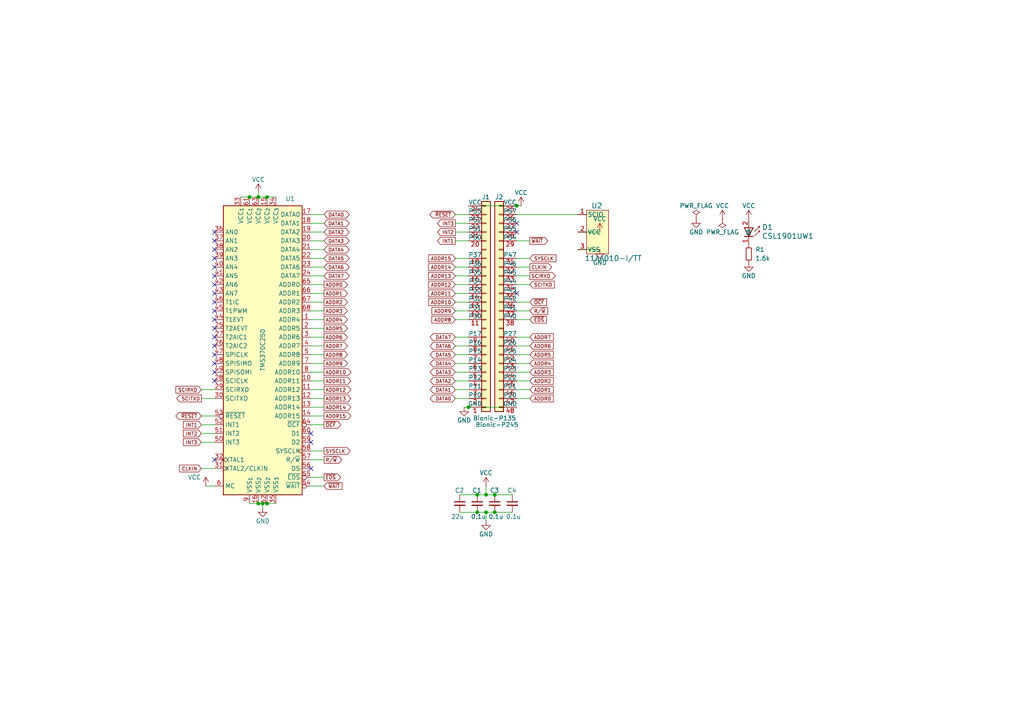
<source format=kicad_sch>
(kicad_sch (version 20250114) (generator "eeschema") (generator_version "9.0")
  (paper "A4")
  (title_block (title "BionicTMS370C250") (date "2025-07-01") (rev "2") (company "Tadashi G. Takaoka"))
  (lib_symbols
    (symbol "Device:C_Small" (pin_numbers (hide yes)) (pin_names (offset 0.254) (hide yes))
      (property "Reference" "C" (at 0.254 1.778 0))
      (property "Value" "C_Small" (at 0.254 -2.032 0))
      (symbol "C_Small_0_1"
        (polyline (pts (xy -1.524 0.508) (xy 1.524 0.508)) (stroke (width 0.3048)))
        (polyline (pts (xy -1.524 -0.508) (xy 1.524 -0.508)) (stroke (width 0.3302)))
      )
      (symbol "C_Small_1_1"
        (pin passive line (at 0 2.54 270) (length 2.032) (name "~") (number "1"))
        (pin passive line (at 0 -2.54 90) (length 2.032) (name "~") (number "2"))
      )
    )
    (symbol "Device:R_Small" (pin_numbers (hide yes)) (pin_names (offset 0.254) (hide yes))
      (property "Reference" "R" (at 0 0 90))
      (property "Value" "R_Small" (at 1.778 0 90))
      (symbol "R_Small_0_1"
        (rectangle (start -0.762 1.778) (end 0.762 -1.778) (stroke (width 0.2032)))
      )
      (symbol "R_Small_1_1"
        (pin passive line (at 0 2.54 270) (length 0.762) (name "~") (number "1"))
        (pin passive line (at 0 -2.54 90) (length 0.762) (name "~") (number "2"))
      )
    )
    (symbol "bionic:Bionic-P135" (pin_names (offset 0))
      (property "Reference" "J" (at 0 30.48 0))
      (property "Value" "Bionic-P135" (at -1.27 -33.02 0))
      (symbol "Bionic-P135_1_1"
        (rectangle (start 0 28.067) (end -1.27 27.813) (stroke (width 0.1524)))
        (rectangle (start 0 25.527) (end -1.27 25.273) (stroke (width 0.1524)))
        (rectangle (start 0 22.987) (end -1.27 22.733) (stroke (width 0.1524)))
        (rectangle (start 0 20.447) (end -1.27 20.193) (stroke (width 0.1524)))
        (rectangle (start 0 17.907) (end -1.27 17.653) (stroke (width 0.1524)))
        (rectangle (start 0 15.367) (end -1.27 15.113) (stroke (width 0.1524)))
        (rectangle (start 0 12.827) (end -1.27 12.573) (stroke (width 0.1524)))
        (rectangle (start 0 10.287) (end -1.27 10.033) (stroke (width 0.1524)))
        (rectangle (start 0 7.747) (end -1.27 7.493) (stroke (width 0.1524)))
        (rectangle (start 0 5.207) (end -1.27 4.953) (stroke (width 0.1524)))
        (rectangle (start 0 2.667) (end -1.27 2.413) (stroke (width 0.1524)))
        (rectangle (start 0 0.127) (end -1.27 -0.127) (stroke (width 0.1524)))
        (rectangle (start 0 -2.413) (end -1.27 -2.667) (stroke (width 0.1524)))
        (rectangle (start 0 -4.953) (end -1.27 -5.207) (stroke (width 0.1524)))
        (rectangle (start 0 -7.493) (end -1.27 -7.747) (stroke (width 0.1524)))
        (rectangle (start 0 -10.033) (end -1.27 -10.287) (stroke (width 0.1524)))
        (rectangle (start 0 -12.573) (end -1.27 -12.827) (stroke (width 0.1524)))
        (rectangle (start 0 -15.113) (end -1.27 -15.367) (stroke (width 0.1524)))
        (rectangle (start 0 -17.653) (end -1.27 -17.907) (stroke (width 0.1524)))
        (rectangle (start 0 -20.193) (end -1.27 -20.447) (stroke (width 0.1524)))
        (rectangle (start 0 -22.733) (end -1.27 -22.987) (stroke (width 0.1524)))
        (rectangle (start 0 -25.273) (end -1.27 -25.527) (stroke (width 0.1524)))
        (rectangle (start 0 -27.813) (end -1.27 -28.067) (stroke (width 0.1524)))
        (rectangle (start 0 -30.353) (end -1.27 -30.607) (stroke (width 0.1524)))
        (rectangle (start 1.27 29.21) (end -1.27 -31.75) (stroke (width 0.254)) (fill (type background)))
        (pin power_in line (at -5.08 27.94 0) (length 3.81) (name "VCC") (number "24"))
        (pin bidirectional line (at -5.08 25.4 0) (length 3.81) (name "P53") (number "23"))
        (pin bidirectional line (at -5.08 22.86 0) (length 3.81) (name "P52") (number "22"))
        (pin bidirectional line (at -5.08 20.32 0) (length 3.81) (name "P51") (number "21"))
        (pin bidirectional line (at -5.08 17.78 0) (length 3.81) (name "P50") (number "20"))
        (pin bidirectional line (at -5.08 12.7 0) (length 3.81) (name "P37") (number "18"))
        (pin bidirectional line (at -5.08 10.16 0) (length 3.81) (name "P36") (number "17"))
        (pin bidirectional line (at -5.08 7.62 0) (length 3.81) (name "P35") (number "16"))
        (pin bidirectional line (at -5.08 5.08 0) (length 3.81) (name "P34") (number "15"))
        (pin bidirectional line (at -5.08 2.54 0) (length 3.81) (name "P33") (number "14"))
        (pin bidirectional line (at -5.08 0 0) (length 3.81) (name "P32") (number "13"))
        (pin bidirectional line (at -5.08 -2.54 0) (length 3.81) (name "P31") (number "12"))
        (pin bidirectional line (at -5.08 -5.08 0) (length 3.81) (name "P30") (number "11"))
        (pin bidirectional line (at -5.08 -10.16 0) (length 3.81) (name "P17") (number "9"))
        (pin bidirectional line (at -5.08 -12.7 0) (length 3.81) (name "P16") (number "8"))
        (pin bidirectional line (at -5.08 -15.24 0) (length 3.81) (name "P15") (number "7"))
        (pin bidirectional line (at -5.08 -17.78 0) (length 3.81) (name "P14") (number "6"))
        (pin bidirectional line (at -5.08 -20.32 0) (length 3.81) (name "P13") (number "5"))
        (pin bidirectional line (at -5.08 -22.86 0) (length 3.81) (name "P12") (number "4"))
        (pin bidirectional line (at -5.08 -25.4 0) (length 3.81) (name "P11") (number "3"))
        (pin bidirectional line (at -5.08 -27.94 0) (length 3.81) (name "P10") (number "2"))
        (pin power_in line (at -5.08 -30.48 0) (length 3.81) (name "GND") (number "1"))
      )
    )
    (symbol "bionic:Bionic-P245" (pin_names (offset 0))
      (property "Reference" "J" (at -3.81 30.48 0))
      (property "Value" "Bionic-P245" (at -1.27 -33.02 0))
      (symbol "Bionic-P245_1_1"
        (rectangle (start -2.54 29.21) (end -5.08 -31.75) (stroke (width 0.254)) (fill (type background)))
        (rectangle (start -2.54 27.813) (end -3.81 28.067) (stroke (width 0.1524)))
        (rectangle (start -2.54 25.273) (end -3.81 25.527) (stroke (width 0.1524)))
        (rectangle (start -2.54 22.733) (end -3.81 22.987) (stroke (width 0.1524)))
        (rectangle (start -2.54 20.193) (end -3.81 20.447) (stroke (width 0.1524)))
        (rectangle (start -2.54 17.653) (end -3.81 17.907) (stroke (width 0.1524)))
        (rectangle (start -2.54 15.113) (end -3.81 15.367) (stroke (width 0.1524)))
        (rectangle (start -2.54 12.573) (end -3.81 12.827) (stroke (width 0.1524)))
        (rectangle (start -2.54 10.033) (end -3.81 10.287) (stroke (width 0.1524)))
        (rectangle (start -2.54 7.493) (end -3.81 7.747) (stroke (width 0.1524)))
        (rectangle (start -2.54 4.953) (end -3.81 5.207) (stroke (width 0.1524)))
        (rectangle (start -2.54 2.413) (end -3.81 2.667) (stroke (width 0.1524)))
        (rectangle (start -2.54 -0.127) (end -3.81 0.127) (stroke (width 0.1524)))
        (rectangle (start -2.54 -2.667) (end -3.81 -2.413) (stroke (width 0.1524)))
        (rectangle (start -2.54 -5.207) (end -3.81 -4.953) (stroke (width 0.1524)))
        (rectangle (start -2.54 -7.747) (end -3.81 -7.493) (stroke (width 0.1524)))
        (rectangle (start -2.54 -10.287) (end -3.81 -10.033) (stroke (width 0.1524)))
        (rectangle (start -2.54 -12.827) (end -3.81 -12.573) (stroke (width 0.1524)))
        (rectangle (start -2.54 -15.367) (end -3.81 -15.113) (stroke (width 0.1524)))
        (rectangle (start -2.54 -17.907) (end -3.81 -17.653) (stroke (width 0.1524)))
        (rectangle (start -2.54 -20.447) (end -3.81 -20.193) (stroke (width 0.1524)))
        (rectangle (start -2.54 -22.987) (end -3.81 -22.733) (stroke (width 0.1524)))
        (rectangle (start -2.54 -25.527) (end -3.81 -25.273) (stroke (width 0.1524)))
        (rectangle (start -2.54 -28.067) (end -3.81 -27.813) (stroke (width 0.1524)))
        (rectangle (start -2.54 -30.607) (end -3.81 -30.353) (stroke (width 0.1524)))
        (pin power_in line (at 1.27 27.94 180) (length 3.81) (name "VCC") (number "25"))
        (pin bidirectional line (at 1.27 25.4 180) (length 3.81) (name "P57") (number "26"))
        (pin bidirectional line (at 1.27 22.86 180) (length 3.81) (name "P56") (number "27"))
        (pin bidirectional line (at 1.27 20.32 180) (length 3.81) (name "P55") (number "28"))
        (pin bidirectional line (at 1.27 17.78 180) (length 3.81) (name "P54") (number "29"))
        (pin bidirectional line (at 1.27 12.7 180) (length 3.81) (name "P47") (number "31"))
        (pin bidirectional line (at 1.27 10.16 180) (length 3.81) (name "P46") (number "32"))
        (pin bidirectional line (at 1.27 7.62 180) (length 3.81) (name "P45") (number "33"))
        (pin bidirectional line (at 1.27 5.08 180) (length 3.81) (name "P44") (number "34"))
        (pin bidirectional line (at 1.27 2.54 180) (length 3.81) (name "P43") (number "35"))
        (pin bidirectional line (at 1.27 0 180) (length 3.81) (name "P42") (number "36"))
        (pin bidirectional line (at 1.27 -2.54 180) (length 3.81) (name "P41") (number "37"))
        (pin bidirectional line (at 1.27 -5.08 180) (length 3.81) (name "P40") (number "38"))
        (pin bidirectional line (at 1.27 -10.16 180) (length 3.81) (name "P27") (number "40"))
        (pin bidirectional line (at 1.27 -12.7 180) (length 3.81) (name "P26") (number "41"))
        (pin bidirectional line (at 1.27 -15.24 180) (length 3.81) (name "P25") (number "42"))
        (pin bidirectional line (at 1.27 -17.78 180) (length 3.81) (name "P24") (number "43"))
        (pin bidirectional line (at 1.27 -20.32 180) (length 3.81) (name "P23") (number "44"))
        (pin bidirectional line (at 1.27 -22.86 180) (length 3.81) (name "P22") (number "45"))
        (pin bidirectional line (at 1.27 -25.4 180) (length 3.81) (name "P21") (number "46"))
        (pin bidirectional line (at 1.27 -27.94 180) (length 3.81) (name "P20") (number "47"))
        (pin power_in line (at 1.27 -30.48 180) (length 3.81) (name "GND") (number "48"))
      )
    )
    (symbol "cpu:TMS370C250"
      (property "Reference" "U" (at 6.858 43.434 0))
      (property "Value" "TMS370C250" (at 0 0 90))
      (symbol "TMS370C250_0_1"
        (rectangle (start -11.43 41.91) (end 11.43 -41.91) (stroke (width 0.254)) (fill (type background)))
      )
      (symbol "TMS370C250_1_0"
        (pin bidirectional line (at -13.97 13.97 0) (length 2.54) (name "T1IC") (number "46"))
        (pin bidirectional line (at -13.97 11.43 0) (length 2.54) (name "T1PWM") (number "45"))
        (pin bidirectional line (at -13.97 8.89 0) (length 2.54) (name "T1EVT") (number "44"))
        (pin bidirectional line (at -13.97 3.81 0) (length 2.54) (name "T2AIC1") (number "27"))
        (pin bidirectional line (at -13.97 1.27 0) (length 2.54) (name "T2AIC2") (number "26"))
        (pin bidirectional line (at -13.97 -1.27 0) (length 2.54) (name "SPICLK") (number "47"))
        (pin bidirectional line (at -13.97 -3.81 0) (length 2.54) (name "SPISIMO") (number "48"))
        (pin bidirectional line (at -13.97 -6.35 0) (length 2.54) (name "SPISOMI") (number "49"))
        (pin bidirectional line (at -13.97 -8.89 0) (length 2.54) (name "SCICLK") (number "28"))
        (pin bidirectional line (at -13.97 -11.43 0) (length 2.54) (name "SCIRXD") (number "29"))
        (pin bidirectional line (at -13.97 -13.97 0) (length 2.54) (name "SCITXD") (number "30"))
        (pin input line (at -13.97 -24.13 0) (length 2.54) (name "INT2") (number "51"))
        (pin power_in line (at -6.35 44.45 270) (length 2.54) (name "VCC_{1}") (number "33"))
        (pin power_in line (at -3.81 44.45 270) (length 2.54) (name "VCC_{1}") (number "61"))
        (pin power_in line (at -3.81 -44.45 90) (length 2.54) (name "VSS_{1}") (number "9"))
        (pin power_in line (at -1.27 44.45 270) (length 2.54) (name "VCC_{2}") (number "63"))
        (pin power_in line (at -1.27 -44.45 90) (length 2.54) (name "VSS_{2}") (number "16"))
        (pin power_in line (at 1.27 44.45 270) (length 2.54) (name "VCC_{2}") (number "15"))
        (pin power_in line (at 1.27 -44.45 90) (length 2.54) (name "VSS_{2}") (number "62"))
        (pin power_in line (at 3.81 44.45 270) (length 2.54) (name "VCC_{3}") (number "34"))
        (pin power_in line (at 3.81 -44.45 90) (length 2.54) (name "VSS_{3}") (number "35"))
        (pin output line (at 13.97 19.05 180) (length 2.54) (name "ADDR0") (number "65"))
        (pin output line (at 13.97 16.51 180) (length 2.54) (name "ADDR1") (number "66"))
        (pin output line (at 13.97 13.97 180) (length 2.54) (name "ADDR2") (number "67"))
        (pin output line (at 13.97 11.43 180) (length 2.54) (name "ADDR3") (number "68"))
        (pin output line (at 13.97 8.89 180) (length 2.54) (name "ADDR4") (number "1"))
        (pin output line (at 13.97 6.35 180) (length 2.54) (name "ADDR5") (number "2"))
        (pin output line (at 13.97 3.81 180) (length 2.54) (name "ADDR6") (number "3"))
        (pin output line (at 13.97 1.27 180) (length 2.54) (name "ADDR7") (number "4"))
      )
      (symbol "TMS370C250_1_1"
        (pin input line (at -13.97 34.29 0) (length 2.54) (name "AN0") (number "36"))
        (pin input line (at -13.97 31.75 0) (length 2.54) (name "AN1") (number "37"))
        (pin input line (at -13.97 29.21 0) (length 2.54) (name "AN2") (number "38"))
        (pin input line (at -13.97 26.67 0) (length 2.54) (name "AN3") (number "39"))
        (pin input line (at -13.97 24.13 0) (length 2.54) (name "AN4") (number "40"))
        (pin input line (at -13.97 21.59 0) (length 2.54) (name "AN5") (number "41"))
        (pin input line (at -13.97 19.05 0) (length 2.54) (name "AN6") (number "42"))
        (pin input line (at -13.97 16.51 0) (length 2.54) (name "AN7") (number "43"))
        (pin bidirectional line (at -13.97 6.35 0) (length 2.54) (name "T2AEVT") (number "25"))
        (pin input inverted (at -13.97 -19.05 0) (length 2.54) (name "~{RESET}") (number "53"))
        (pin input line (at -13.97 -21.59 0) (length 2.54) (name "INT1") (number "52"))
        (pin input line (at -13.97 -26.67 0) (length 2.54) (name "INT3") (number "50"))
        (pin output non_logic (at -13.97 -31.75 0) (length 2.54) (name "XTAL1") (number "32"))
        (pin input clock (at -13.97 -34.29 0) (length 2.54) (name "XTAL2/CLKIN") (number "31"))
        (pin input line (at -13.97 -39.37 0) (length 2.54) (name "MC") (number "6"))
        (pin bidirectional line (at 13.97 39.37 180) (length 2.54) (name "DATA0") (number "17"))
        (pin bidirectional line (at 13.97 36.83 180) (length 2.54) (name "DATA1") (number "18"))
        (pin bidirectional line (at 13.97 34.29 180) (length 2.54) (name "DATA2") (number "19"))
        (pin bidirectional line (at 13.97 31.75 180) (length 2.54) (name "DATA3") (number "20"))
        (pin bidirectional line (at 13.97 29.21 180) (length 2.54) (name "DATA4") (number "21"))
        (pin bidirectional line (at 13.97 26.67 180) (length 2.54) (name "DATA5") (number "22"))
        (pin bidirectional line (at 13.97 24.13 180) (length 2.54) (name "DATA6") (number "23"))
        (pin bidirectional line (at 13.97 21.59 180) (length 2.54) (name "DATA7") (number "24"))
        (pin output line (at 13.97 -1.27 180) (length 2.54) (name "ADDR8") (number "5"))
        (pin output line (at 13.97 -3.81 180) (length 2.54) (name "ADDR9") (number "7"))
        (pin output line (at 13.97 -6.35 180) (length 2.54) (name "ADDR10") (number "8"))
        (pin output line (at 13.97 -8.89 180) (length 2.54) (name "ADDR11") (number "10"))
        (pin output line (at 13.97 -11.43 180) (length 2.54) (name "ADDR12") (number "11"))
        (pin output line (at 13.97 -13.97 180) (length 2.54) (name "ADDR13") (number "12"))
        (pin output line (at 13.97 -16.51 180) (length 2.54) (name "ADDR14") (number "13"))
        (pin output line (at 13.97 -19.05 180) (length 2.54) (name "ADDR15") (number "14"))
        (pin output inverted (at 13.97 -21.59 180) (length 2.54) (name "~{OCF}") (number "64"))
        (pin bidirectional line (at 13.97 -24.13 180) (length 2.54) (name "D1") (number "60"))
        (pin bidirectional line (at 13.97 -26.67 180) (length 2.54) (name "D2") (number "59"))
        (pin output clock (at 13.97 -29.21 180) (length 2.54) (name "SYSCLK") (number "58"))
        (pin output line (at 13.97 -31.75 180) (length 2.54) (name "R/~{W}") (number "57"))
        (pin bidirectional line (at 13.97 -34.29 180) (length 2.54) (name "D5") (number "56"))
        (pin output inverted (at 13.97 -36.83 180) (length 2.54) (name "~{EDS}") (number "55"))
        (pin input inverted (at 13.97 -39.37 180) (length 2.54) (name "~{WAIT}") (number "54"))
      )
    )
    (symbol "microchip:11AA010-I_TT" (pin_names (offset 0.254))
      (property "Reference" "U" (at 2.54 1.27 0))
      (property "Value" "11AA010-I/TT" (at 3.81 -13.97 0))
      (symbol "11AA010-I_TT_1_1"
        (rectangle (start 0 0) (end 6.35 -12.7) (fill (type background)))
        (pin bidirectional line (at -2.54 -1.27 0) (length 2.54) (name "SCIO") (number "1"))
        (pin power_in line (at -2.54 -6.35 0) (length 2.54) (name "VCC") (number "2"))
        (pin power_in line (at -2.54 -11.43 0) (length 2.54) (name "VSS") (number "3"))
      )
    )
    (symbol "power:GND" (power) (pin_numbers (hide yes)) (pin_names (offset 0) (hide yes))
      (property "Value" "GND" (at 0 -3.81 0))
      (symbol "GND_0_1"
        (polyline (pts (xy 0 0) (xy 0 -1.27) (xy 1.27 -1.27) (xy 0 -2.54) (xy -1.27 -1.27) (xy 0 -1.27)))
      )
      (symbol "GND_1_1"
        (pin power_in line (at 0 0 270) (length 0) (name "~") (number "1"))
      )
    )
    (symbol "power:PWR_FLAG" (power) (pin_numbers (hide yes)) (pin_names (offset 0) (hide yes))
      (property "Value" "PWR_FLAG" (at 0 3.81 0))
      (symbol "PWR_FLAG_0_0"
        (pin power_out line (at 0 0 90) (length 0) (name "~") (number "1"))
      )
      (symbol "PWR_FLAG_0_1"
        (polyline (pts (xy 0 0) (xy 0 1.27) (xy -1.016 1.905) (xy 0 2.54) (xy 1.016 1.905) (xy 0 1.27)))
      )
    )
    (symbol "power:VCC" (power) (pin_numbers (hide yes)) (pin_names (offset 0) (hide yes))
      (property "Value" "VCC" (at 0 3.556 0))
      (symbol "VCC_0_1"
        (polyline (pts (xy -0.762 1.27) (xy 0 2.54)))
        (polyline (pts (xy 0 2.54) (xy 0.762 1.27)))
        (polyline (pts (xy 0 0) (xy 0 2.54)))
      )
      (symbol "VCC_1_1"
        (pin power_in line (at 0 0 90) (length 0) (name "~") (number "1"))
      )
    )
    (symbol "rhom:CSL1901UW1" (pin_names (offset 0.254))
      (property "Reference" "D" (at 3.81 -2.54 0))
      (property "Value" "CSL1901UW1" (at 3.81 -5.08 0))
      (symbol "CSL1901UW1_0_1"
        (polyline (pts (xy 2.159 3.175) (xy 2.667 3.175)))
        (polyline (pts (xy 2.54 0) (xy 5.08 0)))
        (polyline (pts (xy 2.54 -1.27) (xy 5.08 0) (xy 2.54 1.27) (xy 2.54 -1.27)) (stroke (width 0.254)))
        (polyline (pts (xy 3.683 1.651) (xy 2.159 3.175) (xy 2.159 2.667)))
        (polyline (pts (xy 4.953 1.651) (xy 3.429 3.175) (xy 3.429 2.667) (xy 3.429 3.175) (xy 3.937 3.175)))
        (polyline (pts (xy 5.08 1.27) (xy 5.08 -1.27)) (stroke (width 0.254)))
      )
      (symbol "CSL1901UW1_1_1"
        (pin passive line (at 0 0 0) (length 2.54) (name "A") (number "2"))
        (pin passive line (at 7.62 0 180) (length 2.54) (name "K") (number "1"))
      )
      (symbol "CSL1901UW1_1_2"
        (polyline (pts (xy -5.08 8.255) (xy -5.08 7.62)) (stroke (width 0.2032)))
        (polyline (pts (xy -5.08 7.62) (xy -4.445 8.255)) (stroke (width 0.2032)))
        (polyline (pts (xy -4.445 10.16) (xy -4.445 9.525)) (stroke (width 0.2032)))
        (polyline (pts (xy -4.445 9.525) (xy -3.81 10.16)) (stroke (width 0.2032)))
        (polyline (pts (xy -4.445 8.255) (xy -5.08 8.255)) (stroke (width 0.2032)))
        (polyline (pts (xy -4.445 6.35) (xy -3.81 6.985)) (stroke (width 0.2032)))
        (polyline (pts (xy -3.81 10.16) (xy -4.445 10.16)) (stroke (width 0.2032)))
        (polyline (pts (xy -3.81 8.255) (xy -3.175 8.89)) (stroke (width 0.2032)))
        (polyline (pts (xy -3.81 6.985) (xy -5.08 8.255)) (stroke (width 0.2032)))
        (polyline (pts (xy -3.175 8.89) (xy -4.445 10.16)) (stroke (width 0.2032)))
        (polyline (pts (xy -3.175 5.08) (xy -4.445 6.35)) (stroke (width 0.2032)))
        (polyline (pts (xy -2.54 6.985) (xy -3.81 8.255)) (stroke (width 0.2032)))
        (polyline (pts (xy -1.905 3.81) (xy 1.905 3.81)) (stroke (width 0.2032)))
        (polyline (pts (xy 0 6.35) (xy -1.905 3.81)) (stroke (width 0.2032)))
        (polyline (pts (xy 0 6.35) (xy 0 7.62)) (stroke (width 0.2032)))
        (polyline (pts (xy 0 3.175) (xy 0 3.81)) (stroke (width 0.2032)))
        (polyline (pts (xy 0 2.54) (xy 0 3.4798)) (stroke (width 0.2032)))
        (polyline (pts (xy 1.905 6.35) (xy -1.905 6.35)) (stroke (width 0.2032)))
        (polyline (pts (xy 1.905 3.81) (xy 0 6.35)) (stroke (width 0.2032)))
        (pin unspecified line (at 0 10.16 270) (length 2.54) (name "") (number "1"))
        (pin unspecified line (at 0 0 90) (length 2.54) (name "") (number "2"))
      )
    )
  )
  (junction (at 135.89 118.11))
  (junction (at 140.97 148.59))
  (junction (at 138.43 143.51))
  (junction (at 143.51 143.51))
  (junction (at 74.93 146.05))
  (junction (at 143.51 148.59))
  (junction (at 140.97 143.51))
  (junction (at 77.47 146.05))
  (junction (at 76.2 146.05))
  (junction (at 74.93 57.15))
  (junction (at 77.47 57.15))
  (junction (at 149.86 59.69))
  (junction (at 72.39 57.15))
  (junction (at 138.43 148.59))
  (no_connect (at 62.23 67.31))
  (no_connect (at 62.23 77.47))
  (no_connect (at 62.23 133.35))
  (no_connect (at 62.23 69.85))
  (no_connect (at 62.23 97.79))
  (no_connect (at 62.23 100.33))
  (no_connect (at 90.17 135.89))
  (no_connect (at 62.23 72.39))
  (no_connect (at 62.23 82.55))
  (no_connect (at 62.23 87.63))
  (no_connect (at 149.86 85.09))
  (no_connect (at 62.23 95.25))
  (no_connect (at 62.23 74.93))
  (no_connect (at 62.23 102.87))
  (no_connect (at 90.17 125.73))
  (no_connect (at 149.86 67.31))
  (no_connect (at 149.86 64.77))
  (no_connect (at 62.23 92.71))
  (no_connect (at 62.23 85.09))
  (no_connect (at 62.23 107.95))
  (no_connect (at 90.17 128.27))
  (no_connect (at 62.23 105.41))
  (no_connect (at 62.23 90.17))
  (no_connect (at 62.23 110.49))
  (no_connect (at 62.23 80.01))
  (wire (pts (xy 90.17 140.97) (xy 93.98 140.97)))
  (wire (pts (xy 59.69 140.97) (xy 62.23 140.97)))
  (wire (pts (xy 90.17 97.79) (xy 93.98 97.79)))
  (wire (pts (xy 151.13 59.69) (xy 149.86 59.69)))
  (wire (pts (xy 90.17 115.57) (xy 93.98 115.57)))
  (wire (pts (xy 90.17 82.55) (xy 93.98 82.55)))
  (wire (pts (xy 90.17 105.41) (xy 93.98 105.41)))
  (wire (pts (xy 149.86 105.41) (xy 153.67 105.41)))
  (wire (pts (xy 132.08 97.79) (xy 135.89 97.79)))
  (wire (pts (xy 76.2 147.32) (xy 76.2 146.05)))
  (wire (pts (xy 143.51 143.51) (xy 148.59 143.51)))
  (wire (pts (xy 149.86 69.85) (xy 153.67 69.85)))
  (wire (pts (xy 90.17 80.01) (xy 93.98 80.01)))
  (wire (pts (xy 90.17 62.23) (xy 93.98 62.23)))
  (wire (pts (xy 132.08 105.41) (xy 135.89 105.41)))
  (wire (pts (xy 132.08 62.23) (xy 135.89 62.23)))
  (wire (pts (xy 138.43 143.51) (xy 140.97 143.51)))
  (wire (pts (xy 149.86 97.79) (xy 153.67 97.79)))
  (wire (pts (xy 135.89 59.69) (xy 149.86 59.69)))
  (wire (pts (xy 132.08 67.31) (xy 135.89 67.31)))
  (wire (pts (xy 90.17 67.31) (xy 93.98 67.31)))
  (wire (pts (xy 134.62 118.11) (xy 135.89 118.11)))
  (wire (pts (xy 74.93 146.05) (xy 76.2 146.05)))
  (wire (pts (xy 167.64 67.31) (xy 173.99 67.31)))
  (wire (pts (xy 72.39 57.15) (xy 74.93 57.15)))
  (wire (pts (xy 140.97 143.51) (xy 140.97 140.97)))
  (wire (pts (xy 138.43 148.59) (xy 140.97 148.59)))
  (wire (pts (xy 90.17 77.47) (xy 93.98 77.47)))
  (wire (pts (xy 90.17 133.35) (xy 93.98 133.35)))
  (wire (pts (xy 132.08 85.09) (xy 135.89 85.09)))
  (wire (pts (xy 58.42 125.73) (xy 62.23 125.73)))
  (wire (pts (xy 132.08 69.85) (xy 135.89 69.85)))
  (wire (pts (xy 167.64 72.39) (xy 173.99 72.39)))
  (wire (pts (xy 58.42 113.03) (xy 62.23 113.03)))
  (wire (pts (xy 90.17 92.71) (xy 93.98 92.71)))
  (wire (pts (xy 76.2 146.05) (xy 77.47 146.05)))
  (wire (pts (xy 149.86 77.47) (xy 153.67 77.47)))
  (wire (pts (xy 132.08 113.03) (xy 135.89 113.03)))
  (wire (pts (xy 149.86 87.63) (xy 153.67 87.63)))
  (wire (pts (xy 132.08 107.95) (xy 135.89 107.95)))
  (wire (pts (xy 90.17 85.09) (xy 93.98 85.09)))
  (wire (pts (xy 90.17 107.95) (xy 93.98 107.95)))
  (wire (pts (xy 133.35 143.51) (xy 138.43 143.51)))
  (wire (pts (xy 69.85 57.15) (xy 72.39 57.15)))
  (wire (pts (xy 149.86 62.23) (xy 167.64 62.23)))
  (wire (pts (xy 58.42 128.27) (xy 62.23 128.27)))
  (wire (pts (xy 72.39 146.05) (xy 74.93 146.05)))
  (wire (pts (xy 133.35 148.59) (xy 138.43 148.59)))
  (wire (pts (xy 135.89 118.11) (xy 149.86 118.11)))
  (wire (pts (xy 149.86 74.93) (xy 153.67 74.93)))
  (wire (pts (xy 90.17 113.03) (xy 93.98 113.03)))
  (wire (pts (xy 132.08 64.77) (xy 135.89 64.77)))
  (wire (pts (xy 90.17 123.19) (xy 93.98 123.19)))
  (wire (pts (xy 149.86 80.01) (xy 153.67 80.01)))
  (wire (pts (xy 77.47 146.05) (xy 80.01 146.05)))
  (wire (pts (xy 149.86 113.03) (xy 153.67 113.03)))
  (wire (pts (xy 90.17 69.85) (xy 93.98 69.85)))
  (wire (pts (xy 140.97 151.13) (xy 140.97 148.59)))
  (wire (pts (xy 58.42 135.89) (xy 62.23 135.89)))
  (wire (pts (xy 132.08 80.01) (xy 135.89 80.01)))
  (wire (pts (xy 90.17 74.93) (xy 93.98 74.93)))
  (wire (pts (xy 74.93 55.88) (xy 74.93 57.15)))
  (wire (pts (xy 149.86 102.87) (xy 153.67 102.87)))
  (wire (pts (xy 132.08 115.57) (xy 135.89 115.57)))
  (wire (pts (xy 149.86 115.57) (xy 153.67 115.57)))
  (wire (pts (xy 74.93 57.15) (xy 77.47 57.15)))
  (wire (pts (xy 90.17 90.17) (xy 93.98 90.17)))
  (wire (pts (xy 90.17 72.39) (xy 93.98 72.39)))
  (wire (pts (xy 132.08 92.71) (xy 135.89 92.71)))
  (wire (pts (xy 132.08 82.55) (xy 135.89 82.55)))
  (wire (pts (xy 90.17 138.43) (xy 93.98 138.43)))
  (wire (pts (xy 90.17 64.77) (xy 93.98 64.77)))
  (wire (pts (xy 132.08 102.87) (xy 135.89 102.87)))
  (wire (pts (xy 132.08 77.47) (xy 135.89 77.47)))
  (wire (pts (xy 132.08 87.63) (xy 135.89 87.63)))
  (wire (pts (xy 90.17 100.33) (xy 93.98 100.33)))
  (wire (pts (xy 58.42 120.65) (xy 62.23 120.65)))
  (wire (pts (xy 90.17 120.65) (xy 93.98 120.65)))
  (wire (pts (xy 90.17 110.49) (xy 93.98 110.49)))
  (wire (pts (xy 149.86 82.55) (xy 153.67 82.55)))
  (wire (pts (xy 90.17 102.87) (xy 93.98 102.87)))
  (wire (pts (xy 149.86 110.49) (xy 153.67 110.49)))
  (wire (pts (xy 58.42 115.57) (xy 62.23 115.57)))
  (wire (pts (xy 90.17 95.25) (xy 93.98 95.25)))
  (wire (pts (xy 90.17 130.81) (xy 93.98 130.81)))
  (wire (pts (xy 132.08 100.33) (xy 135.89 100.33)))
  (wire (pts (xy 132.08 90.17) (xy 135.89 90.17)))
  (wire (pts (xy 149.86 107.95) (xy 153.67 107.95)))
  (wire (pts (xy 58.42 123.19) (xy 62.23 123.19)))
  (wire (pts (xy 149.86 100.33) (xy 153.67 100.33)))
  (wire (pts (xy 90.17 118.11) (xy 93.98 118.11)))
  (wire (pts (xy 90.17 87.63) (xy 93.98 87.63)))
  (wire (pts (xy 132.08 110.49) (xy 135.89 110.49)))
  (wire (pts (xy 149.86 90.17) (xy 153.67 90.17)))
  (wire (pts (xy 132.08 74.93) (xy 135.89 74.93)))
  (wire (pts (xy 149.86 92.71) (xy 153.67 92.71)))
  (wire (pts (xy 143.51 148.59) (xy 148.59 148.59)))
  (wire (pts (xy 77.47 57.15) (xy 80.01 57.15)))
  (wire (pts (xy 140.97 148.59) (xy 143.51 148.59)))
  (wire (pts (xy 140.97 143.51) (xy 143.51 143.51)))
  (global_label "DATA6" (shape bidirectional) (at 93.98 77.47 0) (effects (font (size 1.016 1.016))) (property "Intersheetrefs" "${INTERSHEET_REFS}" (effects (hide yes))))
  (global_label "DATA7" (shape bidirectional) (at 93.98 80.01 0) (effects (font (size 1.016 1.016))) (property "Intersheetrefs" "${INTERSHEET_REFS}" (effects (hide yes))))
  (global_label "ADDR11" (shape input) (at 132.08 85.09 180) (effects (font (size 1.016 1.016))) (property "Intersheetrefs" "${INTERSHEET_REFS}" (effects (hide yes))))
  (global_label "ADDR2" (shape input) (at 153.67 110.49 0) (effects (font (size 1.016 1.016))) (property "Intersheetrefs" "${INTERSHEET_REFS}" (effects (hide yes))))
  (global_label "ADDR7" (shape output) (at 93.98 100.33 0) (effects (font (size 1.016 1.016))) (property "Intersheetrefs" "${INTERSHEET_REFS}" (effects (hide yes))))
  (global_label "ADDR13" (shape input) (at 132.08 80.01 180) (effects (font (size 1.016 1.016))) (property "Intersheetrefs" "${INTERSHEET_REFS}" (effects (hide yes))))
  (global_label "~{OCF}" (shape input) (at 153.67 87.63 0) (effects (font (size 1.016 1.016))) (property "Intersheetrefs" "${INTERSHEET_REFS}" (effects (hide yes))))
  (global_label "ADDR13" (shape output) (at 93.98 115.57 0) (effects (font (size 1.016 1.016))) (property "Intersheetrefs" "${INTERSHEET_REFS}" (effects (hide yes))))
  (global_label "SYSCLK" (shape output) (at 93.98 130.81 0) (effects (font (size 1.016 1.016))) (property "Intersheetrefs" "${INTERSHEET_REFS}" (effects (hide yes))))
  (global_label "DATA1" (shape bidirectional) (at 132.08 113.03 180) (effects (font (size 1.016 1.016))) (property "Intersheetrefs" "${INTERSHEET_REFS}" (effects (hide yes))))
  (global_label "ADDR15" (shape output) (at 93.98 120.65 0) (effects (font (size 1.016 1.016))) (property "Intersheetrefs" "${INTERSHEET_REFS}" (effects (hide yes))))
  (global_label "INT3" (shape input) (at 58.42 128.27 180) (effects (font (size 1.016 1.016))) (property "Intersheetrefs" "${INTERSHEET_REFS}" (effects (hide yes))))
  (global_label "~{RESET}" (shape bidirectional) (at 58.42 120.65 180) (effects (font (size 1.016 1.016))) (property "Intersheetrefs" "${INTERSHEET_REFS}" (effects (hide yes))))
  (global_label "~{RESET}" (shape bidirectional) (at 132.08 62.23 180) (effects (font (size 1.016 1.016))) (property "Intersheetrefs" "${INTERSHEET_REFS}" (effects (hide yes))))
  (global_label "INT3" (shape output) (at 132.08 64.77 180) (effects (font (size 1.016 1.016))) (property "Intersheetrefs" "${INTERSHEET_REFS}" (effects (hide yes))))
  (global_label "CLKIN" (shape output) (at 153.67 77.47 0) (effects (font (size 1.016 1.016))) (property "Intersheetrefs" "${INTERSHEET_REFS}" (effects (hide yes))))
  (global_label "ADDR10" (shape output) (at 93.98 107.95 0) (effects (font (size 1.016 1.016))) (property "Intersheetrefs" "${INTERSHEET_REFS}" (effects (hide yes))))
  (global_label "SYSCLK" (shape input) (at 153.67 74.93 0) (effects (font (size 1.016 1.016))) (property "Intersheetrefs" "${INTERSHEET_REFS}" (effects (hide yes))))
  (global_label "ADDR3" (shape output) (at 93.98 90.17 0) (effects (font (size 1.016 1.016))) (property "Intersheetrefs" "${INTERSHEET_REFS}" (effects (hide yes))))
  (global_label "ADDR0" (shape output) (at 93.98 82.55 0) (effects (font (size 1.016 1.016))) (property "Intersheetrefs" "${INTERSHEET_REFS}" (effects (hide yes))))
  (global_label "ADDR14" (shape output) (at 93.98 118.11 0) (effects (font (size 1.016 1.016))) (property "Intersheetrefs" "${INTERSHEET_REFS}" (effects (hide yes))))
  (global_label "ADDR6" (shape input) (at 153.67 100.33 0) (effects (font (size 1.016 1.016))) (property "Intersheetrefs" "${INTERSHEET_REFS}" (effects (hide yes))))
  (global_label "ADDR10" (shape input) (at 132.08 87.63 180) (effects (font (size 1.016 1.016))) (property "Intersheetrefs" "${INTERSHEET_REFS}" (effects (hide yes))))
  (global_label "INT1" (shape output) (at 132.08 69.85 180) (effects (font (size 1.016 1.016))) (property "Intersheetrefs" "${INTERSHEET_REFS}" (effects (hide yes))))
  (global_label "R{slash}~{W}" (shape output) (at 93.98 133.35 0) (effects (font (size 1.016 1.016))) (property "Intersheetrefs" "${INTERSHEET_REFS}" (effects (hide yes))))
  (global_label "ADDR8" (shape output) (at 93.98 102.87 0) (effects (font (size 1.016 1.016))) (property "Intersheetrefs" "${INTERSHEET_REFS}" (effects (hide yes))))
  (global_label "ADDR12" (shape input) (at 132.08 82.55 180) (effects (font (size 1.016 1.016))) (property "Intersheetrefs" "${INTERSHEET_REFS}" (effects (hide yes))))
  (global_label "INT2" (shape input) (at 58.42 125.73 180) (effects (font (size 1.016 1.016))) (property "Intersheetrefs" "${INTERSHEET_REFS}" (effects (hide yes))))
  (global_label "ADDR4" (shape output) (at 93.98 92.71 0) (effects (font (size 1.016 1.016))) (property "Intersheetrefs" "${INTERSHEET_REFS}" (effects (hide yes))))
  (global_label "ADDR5" (shape input) (at 153.67 102.87 0) (effects (font (size 1.016 1.016))) (property "Intersheetrefs" "${INTERSHEET_REFS}" (effects (hide yes))))
  (global_label "DATA4" (shape bidirectional) (at 132.08 105.41 180) (effects (font (size 1.016 1.016))) (property "Intersheetrefs" "${INTERSHEET_REFS}" (effects (hide yes))))
  (global_label "DATA6" (shape bidirectional) (at 132.08 100.33 180) (effects (font (size 1.016 1.016))) (property "Intersheetrefs" "${INTERSHEET_REFS}" (effects (hide yes))))
  (global_label "DATA1" (shape bidirectional) (at 93.98 64.77 0) (effects (font (size 1.016 1.016))) (property "Intersheetrefs" "${INTERSHEET_REFS}" (effects (hide yes))))
  (global_label "ADDR6" (shape output) (at 93.98 97.79 0) (effects (font (size 1.016 1.016))) (property "Intersheetrefs" "${INTERSHEET_REFS}" (effects (hide yes))))
  (global_label "ADDR9" (shape input) (at 132.08 90.17 180) (effects (font (size 1.016 1.016))) (property "Intersheetrefs" "${INTERSHEET_REFS}" (effects (hide yes))))
  (global_label "INT1" (shape input) (at 58.42 123.19 180) (effects (font (size 1.016 1.016))) (property "Intersheetrefs" "${INTERSHEET_REFS}" (effects (hide yes))))
  (global_label "ADDR15" (shape input) (at 132.08 74.93 180) (effects (font (size 1.016 1.016))) (property "Intersheetrefs" "${INTERSHEET_REFS}" (effects (hide yes))))
  (global_label "DATA7" (shape bidirectional) (at 132.08 97.79 180) (effects (font (size 1.016 1.016))) (property "Intersheetrefs" "${INTERSHEET_REFS}" (effects (hide yes))))
  (global_label "DATA0" (shape bidirectional) (at 132.08 115.57 180) (effects (font (size 1.016 1.016))) (property "Intersheetrefs" "${INTERSHEET_REFS}" (effects (hide yes))))
  (global_label "SCIRXD" (shape output) (at 153.67 80.01 0) (effects (font (size 1.016 1.016))) (property "Intersheetrefs" "${INTERSHEET_REFS}" (effects (hide yes))))
  (global_label "DATA5" (shape bidirectional) (at 93.98 74.93 0) (effects (font (size 1.016 1.016))) (property "Intersheetrefs" "${INTERSHEET_REFS}" (effects (hide yes))))
  (global_label "ADDR4" (shape input) (at 153.67 105.41 0) (effects (font (size 1.016 1.016))) (property "Intersheetrefs" "${INTERSHEET_REFS}" (effects (hide yes))))
  (global_label "ADDR3" (shape input) (at 153.67 107.95 0) (effects (font (size 1.016 1.016))) (property "Intersheetrefs" "${INTERSHEET_REFS}" (effects (hide yes))))
  (global_label "ADDR1" (shape output) (at 93.98 85.09 0) (effects (font (size 1.016 1.016))) (property "Intersheetrefs" "${INTERSHEET_REFS}" (effects (hide yes))))
  (global_label "~{WAIT}" (shape input) (at 93.98 140.97 0) (effects (font (size 1.016 1.016))) (property "Intersheetrefs" "${INTERSHEET_REFS}" (effects (hide yes))))
  (global_label "~{OCF}" (shape output) (at 93.98 123.19 0) (effects (font (size 1.016 1.016))) (property "Intersheetrefs" "${INTERSHEET_REFS}" (effects (hide yes))))
  (global_label "DATA2" (shape bidirectional) (at 132.08 110.49 180) (effects (font (size 1.016 1.016))) (property "Intersheetrefs" "${INTERSHEET_REFS}" (effects (hide yes))))
  (global_label "SCIRXD" (shape input) (at 58.42 113.03 180) (effects (font (size 1.016 1.016))) (property "Intersheetrefs" "${INTERSHEET_REFS}" (effects (hide yes))))
  (global_label "SCITXD" (shape output) (at 58.42 115.57 180) (effects (font (size 1.016 1.016))) (property "Intersheetrefs" "${INTERSHEET_REFS}" (effects (hide yes))))
  (global_label "INT2" (shape output) (at 132.08 67.31 180) (effects (font (size 1.016 1.016))) (property "Intersheetrefs" "${INTERSHEET_REFS}" (effects (hide yes))))
  (global_label "ADDR5" (shape output) (at 93.98 95.25 0) (effects (font (size 1.016 1.016))) (property "Intersheetrefs" "${INTERSHEET_REFS}" (effects (hide yes))))
  (global_label "DATA5" (shape bidirectional) (at 132.08 102.87 180) (effects (font (size 1.016 1.016))) (property "Intersheetrefs" "${INTERSHEET_REFS}" (effects (hide yes))))
  (global_label "~{EDS}" (shape output) (at 93.98 138.43 0) (effects (font (size 1.016 1.016))) (property "Intersheetrefs" "${INTERSHEET_REFS}" (effects (hide yes))))
  (global_label "SCITXD" (shape input) (at 153.67 82.55 0) (effects (font (size 1.016 1.016))) (property "Intersheetrefs" "${INTERSHEET_REFS}" (effects (hide yes))))
  (global_label "CLKIN" (shape input) (at 58.42 135.89 180) (effects (font (size 1.016 1.016))) (property "Intersheetrefs" "${INTERSHEET_REFS}" (effects (hide yes))))
  (global_label "ADDR12" (shape output) (at 93.98 113.03 0) (effects (font (size 1.016 1.016))) (property "Intersheetrefs" "${INTERSHEET_REFS}" (effects (hide yes))))
  (global_label "ADDR2" (shape output) (at 93.98 87.63 0) (effects (font (size 1.016 1.016))) (property "Intersheetrefs" "${INTERSHEET_REFS}" (effects (hide yes))))
  (global_label "ADDR8" (shape input) (at 132.08 92.71 180) (effects (font (size 1.016 1.016))) (property "Intersheetrefs" "${INTERSHEET_REFS}" (effects (hide yes))))
  (global_label "~{WAIT}" (shape output) (at 153.67 69.85 0) (effects (font (size 1.016 1.016))) (property "Intersheetrefs" "${INTERSHEET_REFS}" (effects (hide yes))))
  (global_label "ADDR1" (shape input) (at 153.67 113.03 0) (effects (font (size 1.016 1.016))) (property "Intersheetrefs" "${INTERSHEET_REFS}" (effects (hide yes))))
  (global_label "DATA2" (shape bidirectional) (at 93.98 67.31 0) (effects (font (size 1.016 1.016))) (property "Intersheetrefs" "${INTERSHEET_REFS}" (effects (hide yes))))
  (global_label "~{EDS}" (shape input) (at 153.67 92.71 0) (effects (font (size 1.016 1.016))) (property "Intersheetrefs" "${INTERSHEET_REFS}" (effects (hide yes))))
  (global_label "ADDR7" (shape input) (at 153.67 97.79 0) (effects (font (size 1.016 1.016))) (property "Intersheetrefs" "${INTERSHEET_REFS}" (effects (hide yes))))
  (global_label "DATA0" (shape bidirectional) (at 93.98 62.23 0) (effects (font (size 1.016 1.016))) (property "Intersheetrefs" "${INTERSHEET_REFS}" (effects (hide yes))))
  (global_label "ADDR9" (shape output) (at 93.98 105.41 0) (effects (font (size 1.016 1.016))) (property "Intersheetrefs" "${INTERSHEET_REFS}" (effects (hide yes))))
  (global_label "DATA3" (shape bidirectional) (at 93.98 69.85 0) (effects (font (size 1.016 1.016))) (property "Intersheetrefs" "${INTERSHEET_REFS}" (effects (hide yes))))
  (global_label "ADDR11" (shape output) (at 93.98 110.49 0) (effects (font (size 1.016 1.016))) (property "Intersheetrefs" "${INTERSHEET_REFS}" (effects (hide yes))))
  (global_label "ADDR14" (shape input) (at 132.08 77.47 180) (effects (font (size 1.016 1.016))) (property "Intersheetrefs" "${INTERSHEET_REFS}" (effects (hide yes))))
  (global_label "R{slash}~{W}" (shape input) (at 153.67 90.17 0) (effects (font (size 1.016 1.016))) (property "Intersheetrefs" "${INTERSHEET_REFS}" (effects (hide yes))))
  (global_label "ADDR0" (shape input) (at 153.67 115.57 0) (effects (font (size 1.016 1.016))) (property "Intersheetrefs" "${INTERSHEET_REFS}" (effects (hide yes))))
  (global_label "DATA4" (shape bidirectional) (at 93.98 72.39 0) (effects (font (size 1.016 1.016))) (property "Intersheetrefs" "${INTERSHEET_REFS}" (effects (hide yes))))
  (global_label "DATA3" (shape bidirectional) (at 132.08 107.95 180) (effects (font (size 1.016 1.016))) (property "Intersheetrefs" "${INTERSHEET_REFS}" (effects (hide yes))))
  (symbol (lib_id "Device:C_Small") (at 138.43 146.05 0) (mirror y) (unit 1)
    (property "Reference" "C1" (at 139.7 142.24 0) (effects (justify left)))
    (property "Value" "0.1u" (at 140.97 149.86 0) (effects (justify left)))
    (property "Footprint" "Capacitor_SMD:C_0603_1608Metric_Pad1.08x0.95mm_HandSolder" (effects (hide yes)))
  )
  (symbol (lib_id "power:GND") (at 140.97 151.13 0) (unit 1)
    (property "Reference" "#PWR09" (effects (hide yes)))
    (property "Value" "GND" (at 140.97 154.94 0))
    (property "Description" "Power symbol creates a global label with name \"GND\" , ground" (effects (hide yes)))
  )
  (symbol (lib_id "power:VCC") (at 209.55 63.5 0) (unit 1)
    (property "Reference" "#PWR010" (effects (hide yes)))
    (property "Value" "VCC" (at 209.55 59.69 0))
    (property "Description" "Power symbol creates a global label with name \"VCC\"" (effects (hide yes)))
  )
  (symbol (lib_id "power:PWR_FLAG") (at 201.93 63.5 0) (unit 1)
    (property "Reference" "#FLG01" (effects (hide yes)))
    (property "Value" "PWR_FLAG" (at 201.93 59.69 0))
    (property "Description" "Special symbol for telling ERC where power comes from" (effects (hide yes)))
  )
  (symbol (lib_id "Device:C_Small") (at 133.35 146.05 0) (mirror y) (unit 1)
    (property "Reference" "C2" (at 134.62 142.24 0) (effects (justify left)))
    (property "Value" "22u" (at 134.62 149.86 0) (effects (justify left)))
    (property "Footprint" "Capacitor_SMD:C_0603_1608Metric_Pad1.08x0.95mm_HandSolder" (effects (hide yes)))
  )
  (symbol (lib_id "power:VCC") (at 140.97 140.97 0) (unit 1)
    (property "Reference" "#PWR03" (effects (hide yes)))
    (property "Value" "VCC" (at 140.97 137.16 0))
    (property "Description" "Power symbol creates a global label with name \"VCC\"" (effects (hide yes)))
  )
  (symbol (lib_id "cpu:TMS370C250") (at 76.2 101.6 0) (unit 1)
    (property "Reference" "U1" (at 82.804 57.658 0) (effects (justify left)))
    (property "Value" "TMS370C250" (at 76.2 107.696 90) (effects (justify left)))
    (property "Footprint" "3m:846821B1RKTP" (effects (hide yes)))
    (property "Datasheet" "https://www.ti.com/lit/ug/spnu127a/spnu127a.pdf" (effects (hide yes)))
    (property "Description" "8-bit General Purpose Microprocessor, PLCC-68" (effects (hide yes)))
  )
  (symbol (lib_id "power:VCC") (at 217.17 63.5 0) (unit 1)
    (property "Reference" "#PWR08" (effects (hide yes)))
    (property "Value" "VCC" (at 217.17 59.69 0))
    (property "Description" "Power symbol creates a global label with name \"VCC\"" (effects (hide yes)))
  )
  (symbol (lib_id "bionic:Bionic-P245") (at 148.59 87.63 0) (unit 1)
    (property "Reference" "J2" (at 144.78 57.15 0))
    (property "Value" "Bionic-P245" (at 144.145 123.19 0))
    (property "Footprint" "bionic:Bionic-P245_SMT" (effects (hide yes)))
    (property "Description" "Generic connector, single row, 01x24, script generated (kicad-library-utils/schlib/autogen/connector/)" (effects (hide yes)))
  )
  (symbol (lib_id "power:PWR_FLAG") (at 209.55 63.5 180) (unit 1)
    (property "Reference" "#FLG02" (effects (hide yes)))
    (property "Value" "PWR_FLAG" (at 209.55 67.31 0))
    (property "Description" "Special symbol for telling ERC where power comes from" (effects (hide yes)))
  )
  (symbol (lib_id "power:VCC") (at 74.93 55.88 0) (unit 1)
    (property "Reference" "#PWR012" (effects (hide yes)))
    (property "Value" "VCC" (at 74.93 52.07 0))
    (property "Description" "Power symbol creates a global label with name \"VCC\"" (effects (hide yes)))
  )
  (symbol (lib_id "power:GND") (at 201.93 63.5 0) (unit 1)
    (property "Reference" "#PWR05" (effects (hide yes)))
    (property "Value" "GND" (at 201.93 67.31 0))
    (property "Description" "Power symbol creates a global label with name \"GND\" , ground" (effects (hide yes)))
  )
  (symbol (lib_id "Device:C_Small") (at 148.59 146.05 0) (mirror y) (unit 1)
    (property "Reference" "C4" (at 149.86 142.24 0) (effects (justify left)))
    (property "Value" "0.1u" (at 151.13 149.86 0) (effects (justify left)))
    (property "Footprint" "Capacitor_SMD:C_0603_1608Metric_Pad1.08x0.95mm_HandSolder" (effects (hide yes)))
  )
  (symbol (lib_id "Device:R_Small") (at 217.17 73.66 0) (unit 1)
    (property "Reference" "R1" (at 219.075 72.39 0) (effects (justify left)))
    (property "Value" "1.6k" (at 219.075 74.93 0) (effects (justify left)))
    (property "Footprint" "Resistor_SMD:R_0603_1608Metric_Pad0.98x0.95mm_HandSolder" (effects (hide yes)))
    (property "Description" "Resistor, small symbol" (effects (hide yes)))
  )
  (symbol (lib_id "power:GND") (at 76.2 147.32 0) (unit 1)
    (property "Reference" "#PWR011" (effects (hide yes)))
    (property "Value" "GND" (at 76.2 151.13 0))
    (property "Description" "Power symbol creates a global label with name \"GND\" , ground" (effects (hide yes)))
  )
  (symbol (lib_id "power:VCC") (at 59.69 140.97 0) (unit 1)
    (property "Reference" "#PWR013" (effects (hide yes)))
    (property "Value" "VCC" (at 56.388 138.43 0))
    (property "Description" "Power symbol creates a global label with name \"VCC\"" (effects (hide yes)))
  )
  (symbol (lib_id "power:GND") (at 217.17 76.2 0) (unit 1)
    (property "Reference" "#PWR04" (effects (hide yes)))
    (property "Value" "GND" (at 217.17 80.01 0))
    (property "Description" "Power symbol creates a global label with name \"GND\" , ground" (effects (hide yes)))
  )
  (symbol (lib_id "power:VCC") (at 173.99 67.31 0) (unit 1)
    (property "Reference" "#PWR07" (effects (hide yes)))
    (property "Value" "VCC" (at 173.99 63.5 0))
    (property "Description" "Power symbol creates a global label with name \"VCC\"" (effects (hide yes)))
  )
  (symbol (lib_id "rhom:CSL1901UW1") (at 217.17 63.5 270) (unit 1)
    (property "Reference" "D1" (at 220.98 65.9129 90) (effects (font (size 1.524 1.524)) (justify left)))
    (property "Value" "CSL1901UW1" (at 220.98 68.4529 90) (effects (font (size 1.524 1.524)) (justify left)))
    (property "Footprint" "rhom:LED_CSL1901UW1_ROM-M" (effects (hide yes)))
    (property "Datasheet" "https://fscdn.rohm.com/en/products/databook/datasheet/opto/led/chip_mono/csl1901uw1-e.pdf" (effects (hide yes)))
    (property "Description" "Red LED (Low Current Emission, SMD)" (effects (hide yes)))
  )
  (symbol (lib_id "power:GND") (at 173.99 72.39 0) (unit 1)
    (property "Reference" "#PWR02" (effects (hide yes)))
    (property "Value" "GND" (at 173.99 76.2 0))
    (property "Description" "Power symbol creates a global label with name \"GND\" , ground" (effects (hide yes)))
  )
  (symbol (lib_id "Device:C_Small") (at 143.51 146.05 0) (mirror y) (unit 1)
    (property "Reference" "C3" (at 144.78 142.24 0) (effects (justify left)))
    (property "Value" "0.1u" (at 146.05 149.86 0) (effects (justify left)))
    (property "Footprint" "Capacitor_SMD:C_0603_1608Metric_Pad1.08x0.95mm_HandSolder" (effects (hide yes)))
  )
  (symbol (lib_id "microchip:11AA010-I_TT") (at 170.18 60.96 0) (unit 1)
    (property "Reference" "U2" (at 171.45 59.69 0) (effects (font (size 1.524 1.524)) (justify left)))
    (property "Value" "11AA010-I/TT" (at 169.545 74.93 0) (effects (font (size 1.524 1.524)) (justify left)))
    (property "Footprint" "microchip:SOT-23_MC_MCH-M" (effects (hide yes)))
    (property "Datasheet" "11AA010-I/TO" (effects (hide yes)))
    (property "Description" "UNI/O Serial EEPROM (1Kbit)" (effects (hide yes)))
  )
  (symbol (lib_id "power:VCC") (at 151.13 59.69 0) (unit 1)
    (property "Reference" "#PWR06" (effects (hide yes)))
    (property "Value" "VCC" (at 151.13 55.88 0))
    (property "Description" "Power symbol creates a global label with name \"VCC\"" (effects (hide yes)))
  )
  (symbol (lib_id "power:GND") (at 134.62 118.11 0) (unit 1)
    (property "Reference" "#PWR01" (effects (hide yes)))
    (property "Value" "GND" (at 134.62 121.92 0))
    (property "Description" "Power symbol creates a global label with name \"GND\" , ground" (effects (hide yes)))
  )
  (symbol (lib_id "bionic:Bionic-P135") (at 140.97 87.63 0) (unit 1)
    (property "Reference" "J1" (at 139.7 57.15 0) (effects (justify left)))
    (property "Value" "Bionic-P135" (at 137.16 121.285 0) (effects (justify left)))
    (property "Footprint" "bionic:Bionic-P135_SMT" (effects (hide yes)))
    (property "Description" "Generic connector, single row, 01x24, script generated (kicad-library-utils/schlib/autogen/connector/)" (effects (hide yes)))
  )
)
</source>
